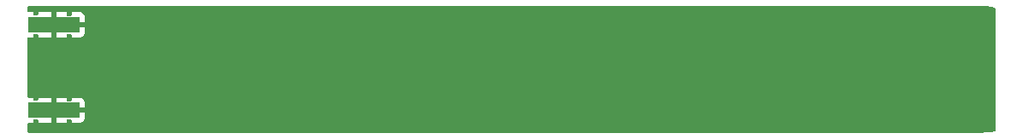
<source format=gbr>
%TF.GenerationSoftware,KiCad,Pcbnew,9.0.0*%
%TF.CreationDate,2025-03-25T21:56:39+01:00*%
%TF.ProjectId,E-Field 10cm,452d4669-656c-4642-9031-30636d2e6b69,1.0*%
%TF.SameCoordinates,Original*%
%TF.FileFunction,Copper,L4,Bot*%
%TF.FilePolarity,Positive*%
%FSLAX46Y46*%
G04 Gerber Fmt 4.6, Leading zero omitted, Abs format (unit mm)*
G04 Created by KiCad (PCBNEW 9.0.0) date 2025-03-25 21:56:39*
%MOMM*%
%LPD*%
G01*
G04 APERTURE LIST*
%TA.AperFunction,SMDPad,CuDef*%
%ADD10R,5.080000X1.500000*%
%TD*%
%TA.AperFunction,ViaPad*%
%ADD11C,0.600000*%
%TD*%
G04 APERTURE END LIST*
D10*
%TO.P,J1,2,Ext*%
%TO.N,GND*%
X52800000Y-104450000D03*
X52800000Y-95950000D03*
%TD*%
D11*
%TO.N,GND*%
X61700000Y-101500000D03*
X78700000Y-101500000D03*
X83700000Y-98900000D03*
X82700000Y-98900000D03*
X52800000Y-97150000D03*
X102700000Y-101500000D03*
X62700000Y-98900000D03*
X74700000Y-101500000D03*
X55800000Y-95950000D03*
X77700000Y-98900000D03*
X122700000Y-98900000D03*
X105700000Y-101500000D03*
X94700000Y-98900000D03*
X117700000Y-98900000D03*
X104700000Y-101500000D03*
X54350000Y-94825000D03*
X125700000Y-101500000D03*
X95700000Y-101500000D03*
X111700000Y-98900000D03*
X106700000Y-101500000D03*
X136700000Y-101500000D03*
X91700000Y-101500000D03*
X123700000Y-101500000D03*
X57700000Y-101500000D03*
X108700000Y-101500000D03*
X142700000Y-98900000D03*
X111700000Y-101500000D03*
X70700000Y-101500000D03*
X78700000Y-98900000D03*
X98700000Y-98900000D03*
X102700000Y-98900000D03*
X144700000Y-101500000D03*
X130700000Y-101500000D03*
X117700000Y-101500000D03*
X72700000Y-98900000D03*
X75700000Y-98900000D03*
X123700000Y-98900000D03*
X114700000Y-101500000D03*
X143700000Y-98900000D03*
X63700000Y-101500000D03*
X108700000Y-98900000D03*
X136700000Y-98900000D03*
X131700000Y-101500000D03*
X141700000Y-98900000D03*
X93700000Y-98900000D03*
X122700000Y-101500000D03*
X126700000Y-98900000D03*
X81700000Y-98900000D03*
X92700000Y-98900000D03*
X114700000Y-98900000D03*
X65700000Y-101500000D03*
X86700000Y-98900000D03*
X85700000Y-98900000D03*
X54350000Y-97125000D03*
X124700000Y-101500000D03*
X73700000Y-98900000D03*
X64700000Y-98900000D03*
X59700000Y-101500000D03*
X141700000Y-101500000D03*
X79700000Y-98900000D03*
X89700000Y-101500000D03*
X82700000Y-101500000D03*
X125700000Y-98900000D03*
X113700000Y-98900000D03*
X90700000Y-101500000D03*
X54350000Y-103325000D03*
X65700000Y-98900000D03*
X56700000Y-98900000D03*
X85700000Y-101500000D03*
X142700000Y-101500000D03*
X124700000Y-98900000D03*
X120700000Y-101500000D03*
X105700000Y-98900000D03*
X118700000Y-98900000D03*
X112700000Y-101500000D03*
X81700000Y-101500000D03*
X60700000Y-101500000D03*
X83700000Y-101500000D03*
X90700000Y-98900000D03*
X95700000Y-98900000D03*
X130700000Y-98900000D03*
X97700000Y-98900000D03*
X133700000Y-98900000D03*
X69700000Y-101500000D03*
X135700000Y-101500000D03*
X88700000Y-98900000D03*
X128700000Y-101500000D03*
X54350000Y-105625000D03*
X51050000Y-97125000D03*
X61700000Y-98900000D03*
X119700000Y-101500000D03*
X51050000Y-94775000D03*
X52800000Y-103300000D03*
X51050000Y-103275000D03*
X133700000Y-101500000D03*
X107700000Y-101500000D03*
X87700000Y-101500000D03*
X144700000Y-98900000D03*
X69700000Y-98900000D03*
X99700000Y-98900000D03*
X100700000Y-98900000D03*
X67700000Y-98900000D03*
X143700000Y-101500000D03*
X52800000Y-94800000D03*
X88700000Y-101500000D03*
X115700000Y-98900000D03*
X128700000Y-98900000D03*
X115700000Y-101500000D03*
X121700000Y-101500000D03*
X63700000Y-98900000D03*
X66700000Y-98900000D03*
X135700000Y-98900000D03*
X55800000Y-104450000D03*
X109700000Y-101500000D03*
X94700000Y-101500000D03*
X112700000Y-98900000D03*
X68700000Y-98900000D03*
X120700000Y-98900000D03*
X116700000Y-98900000D03*
X86700000Y-101500000D03*
X51050000Y-105625000D03*
X71700000Y-101500000D03*
X57700000Y-98900000D03*
X127700000Y-98900000D03*
X106700000Y-98900000D03*
X129700000Y-98900000D03*
X52800000Y-105650000D03*
X110700000Y-98900000D03*
X98700000Y-101500000D03*
X101700000Y-98900000D03*
X96700000Y-98900000D03*
X56700000Y-101500000D03*
X110700000Y-101500000D03*
X80700000Y-101500000D03*
X80700000Y-98900000D03*
X131700000Y-98900000D03*
X87700000Y-98900000D03*
X103700000Y-98900000D03*
X76700000Y-101500000D03*
X67700000Y-101500000D03*
X76700000Y-98900000D03*
X138700000Y-101500000D03*
X75700000Y-101500000D03*
X139700000Y-98900000D03*
X60700000Y-98900000D03*
X91700000Y-98900000D03*
X74700000Y-98900000D03*
X137700000Y-101500000D03*
X132700000Y-101500000D03*
X118700000Y-101500000D03*
X109700000Y-98900000D03*
X99700000Y-101500000D03*
X129700000Y-101500000D03*
X79700000Y-101500000D03*
X100700000Y-101500000D03*
X101700000Y-101500000D03*
X140700000Y-98900000D03*
X126700000Y-101500000D03*
X113700000Y-101500000D03*
X97700000Y-101500000D03*
X58700000Y-101500000D03*
X84700000Y-98900000D03*
X103700000Y-101500000D03*
X62700000Y-101500000D03*
X132700000Y-98900000D03*
X119700000Y-98900000D03*
X139700000Y-101500000D03*
X134700000Y-101500000D03*
X66700000Y-101500000D03*
X116700000Y-101500000D03*
X59700000Y-98900000D03*
X127700000Y-101500000D03*
X58700000Y-98900000D03*
X71700000Y-98900000D03*
X72700000Y-101500000D03*
X68700000Y-101500000D03*
X92700000Y-101500000D03*
X138700000Y-98900000D03*
X121700000Y-98900000D03*
X140700000Y-101500000D03*
X96700000Y-101500000D03*
X89700000Y-98900000D03*
X84700000Y-101500000D03*
X137700000Y-98900000D03*
X107700000Y-98900000D03*
X134700000Y-98900000D03*
X73700000Y-101500000D03*
X93700000Y-101500000D03*
X64700000Y-101500000D03*
X77700000Y-101500000D03*
X70700000Y-98900000D03*
X104700000Y-98900000D03*
%TD*%
%TA.AperFunction,Conductor*%
%TO.N,GND*%
G36*
X144689951Y-94100617D02*
G01*
X145100824Y-94118582D01*
X145111610Y-94119527D01*
X145516671Y-94172938D01*
X145527301Y-94174816D01*
X145852880Y-94247113D01*
X145914059Y-94280862D01*
X145947279Y-94342329D01*
X145950000Y-94368164D01*
X145950000Y-106407476D01*
X145930315Y-106474515D01*
X145877511Y-106520270D01*
X145852865Y-106528531D01*
X145531530Y-106599843D01*
X145520866Y-106601725D01*
X145116083Y-106655069D01*
X145105296Y-106656014D01*
X144883668Y-106665699D01*
X144694142Y-106673982D01*
X144688747Y-106674100D01*
X50324500Y-106674100D01*
X50257461Y-106654415D01*
X50211706Y-106601611D01*
X50200500Y-106550100D01*
X50200500Y-105824000D01*
X50220185Y-105756961D01*
X50272989Y-105711206D01*
X50324500Y-105700000D01*
X52550000Y-105700000D01*
X53050000Y-105700000D01*
X55387828Y-105700000D01*
X55387844Y-105699999D01*
X55447372Y-105693598D01*
X55447379Y-105693596D01*
X55582086Y-105643354D01*
X55582093Y-105643350D01*
X55697187Y-105557190D01*
X55697190Y-105557187D01*
X55783350Y-105442093D01*
X55783354Y-105442086D01*
X55833596Y-105307379D01*
X55833598Y-105307372D01*
X55839999Y-105247844D01*
X55840000Y-105247827D01*
X55840000Y-104700000D01*
X53050000Y-104700000D01*
X53050000Y-105700000D01*
X52550000Y-105700000D01*
X52550000Y-104200000D01*
X53050000Y-104200000D01*
X55840000Y-104200000D01*
X55840000Y-103652172D01*
X55839999Y-103652155D01*
X55833598Y-103592627D01*
X55833596Y-103592620D01*
X55783354Y-103457913D01*
X55783350Y-103457906D01*
X55697190Y-103342812D01*
X55697187Y-103342809D01*
X55582093Y-103256649D01*
X55582086Y-103256645D01*
X55447379Y-103206403D01*
X55447372Y-103206401D01*
X55387844Y-103200000D01*
X53050000Y-103200000D01*
X53050000Y-104200000D01*
X52550000Y-104200000D01*
X52550000Y-103200000D01*
X50324500Y-103200000D01*
X50257461Y-103180315D01*
X50211706Y-103127511D01*
X50200500Y-103076000D01*
X50200500Y-97324000D01*
X50220185Y-97256961D01*
X50272989Y-97211206D01*
X50324500Y-97200000D01*
X52550000Y-97200000D01*
X53050000Y-97200000D01*
X55387828Y-97200000D01*
X55387844Y-97199999D01*
X55447372Y-97193598D01*
X55447379Y-97193596D01*
X55582086Y-97143354D01*
X55582093Y-97143350D01*
X55697187Y-97057190D01*
X55697190Y-97057187D01*
X55783350Y-96942093D01*
X55783354Y-96942086D01*
X55833596Y-96807379D01*
X55833598Y-96807372D01*
X55839999Y-96747844D01*
X55840000Y-96747827D01*
X55840000Y-96200000D01*
X53050000Y-96200000D01*
X53050000Y-97200000D01*
X52550000Y-97200000D01*
X52550000Y-95700000D01*
X53050000Y-95700000D01*
X55840000Y-95700000D01*
X55840000Y-95152172D01*
X55839999Y-95152155D01*
X55833598Y-95092627D01*
X55833596Y-95092620D01*
X55783354Y-94957913D01*
X55783350Y-94957906D01*
X55697190Y-94842812D01*
X55697187Y-94842809D01*
X55582093Y-94756649D01*
X55582086Y-94756645D01*
X55447379Y-94706403D01*
X55447372Y-94706401D01*
X55387844Y-94700000D01*
X53050000Y-94700000D01*
X53050000Y-95700000D01*
X52550000Y-95700000D01*
X52550000Y-94700000D01*
X50324500Y-94700000D01*
X50257461Y-94680315D01*
X50211706Y-94627511D01*
X50200500Y-94576000D01*
X50200500Y-94224500D01*
X50220185Y-94157461D01*
X50272989Y-94111706D01*
X50324500Y-94100500D01*
X144647371Y-94100500D01*
X144684536Y-94100500D01*
X144689951Y-94100617D01*
G37*
%TD.AperFunction*%
%TD*%
M02*

</source>
